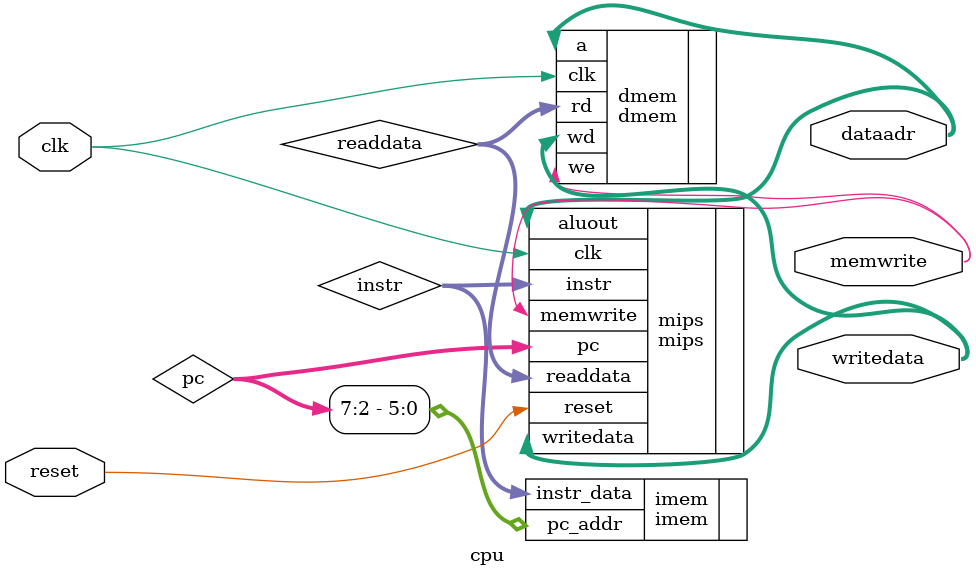
<source format=sv>
module cpu (
    input  logic        clk,
    input  logic        reset,
    output logic [31:0] writedata,
    output logic [31:0] dataadr,
    output logic        memwrite
);
    logic [31:0] pc, instr, readdata;
    imem imem(
        .pc_addr(pc[7:2]),
        .instr_data(instr)
    );

    mips mips(
        .clk(clk),
        .reset(reset),
        .instr(instr),
        .readdata(readdata),
        .memwrite(memwrite),
        .aluout(dataadr),
        .writedata(writedata),
        .pc(pc)
    );

    dmem dmem(
        .clk(clk),
        .we(memwrite),
        .a(dataadr),
        .wd(writedata),
        .rd(readdata)
    );
endmodule
</source>
